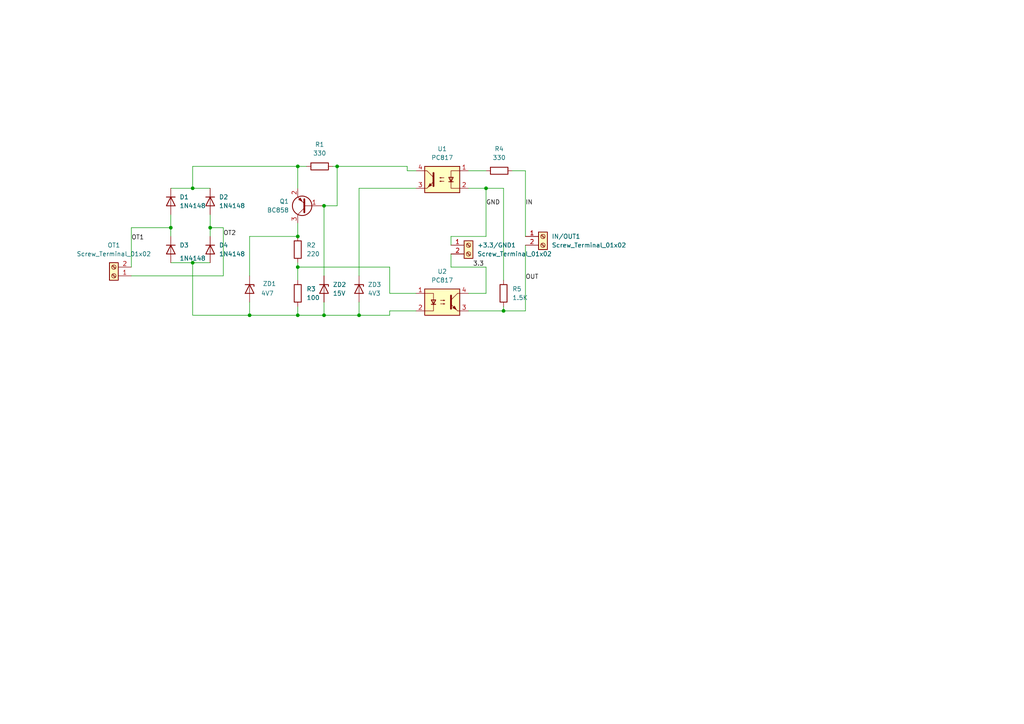
<source format=kicad_sch>
(kicad_sch (version 20231120) (generator "eeschema") (generator_version "8.0")
  (paper "A4")
  (lib_symbols
    (symbol "Connector:Screw_Terminal_01x02" (pin_names (offset 1.016) hide)
      (property "Reference" "J" (at 0 2.54 0))
      (property "Value" "Screw_Terminal_01x02" (at 0 -5.08 0))
      (symbol "Screw_Terminal_01x02_1_1"
        (rectangle (start -1.27 1.27) (end 1.27 -3.81) (stroke (width 0.254)) (fill (type background)))
        (circle (center 0 -2.54) (radius 0.635) (stroke (width 0.1524)))
        (polyline (pts (xy -0.5334 -2.2098) (xy 0.3302 -3.048)) (stroke (width 0.1524)))
        (polyline (pts (xy -0.5334 0.3302) (xy 0.3302 -0.508)) (stroke (width 0.1524)))
        (polyline (pts (xy -0.3556 -2.032) (xy 0.508 -2.8702)) (stroke (width 0.1524)))
        (polyline (pts (xy -0.3556 0.508) (xy 0.508 -0.3302)) (stroke (width 0.1524)))
        (circle (center 0 0) (radius 0.635) (stroke (width 0.1524)))
        (pin passive line (at -5.08 0 0) (length 3.81) (name "Pin_1") (number "1"))
        (pin passive line (at -5.08 -2.54 0) (length 3.81) (name "Pin_2") (number "2"))
      )
    )
    (symbol "Device:D_Zener" (pin_numbers hide) (pin_names (offset 1.016) hide)
      (property "Reference" "D" (at 0 2.54 0))
      (property "Value" "D_Zener" (at 0 -2.54 0))
      (symbol "D_Zener_0_1"
        (polyline (pts (xy 1.27 0) (xy -1.27 0)))
        (polyline (pts (xy -1.27 -1.27) (xy -1.27 1.27) (xy -0.762 1.27)) (stroke (width 0.254)))
        (polyline (pts (xy 1.27 -1.27) (xy 1.27 1.27) (xy -1.27 0) (xy 1.27 -1.27)) (stroke (width 0.254)))
      )
      (symbol "D_Zener_1_1"
        (pin passive line (at -3.81 0 0) (length 2.54) (name "K") (number "1"))
        (pin passive line (at 3.81 0 180) (length 2.54) (name "A") (number "2"))
      )
    )
    (symbol "Device:R" (pin_numbers hide) (pin_names (offset 0))
      (property "Reference" "R" (at 2.032 0 90))
      (property "Value" "R" (at 0 0 90))
      (symbol "R_0_1"
        (rectangle (start -1.016 -2.54) (end 1.016 2.54) (stroke (width 0.254)))
      )
      (symbol "R_1_1"
        (pin passive line (at 0 3.81 270) (length 1.27) (name "~") (number "1"))
        (pin passive line (at 0 -3.81 90) (length 1.27) (name "~") (number "2"))
      )
    )
    (symbol "Diode:1N4148" (pin_numbers hide) (pin_names hide)
      (property "Reference" "D" (at 0 2.54 0))
      (property "Value" "1N4148" (at 0 -2.54 0))
      (symbol "1N4148_0_1"
        (polyline (pts (xy -1.27 1.27) (xy -1.27 -1.27)) (stroke (width 0.254)))
        (polyline (pts (xy 1.27 0) (xy -1.27 0)))
        (polyline (pts (xy 1.27 1.27) (xy 1.27 -1.27) (xy -1.27 0) (xy 1.27 1.27)) (stroke (width 0.254)))
      )
      (symbol "1N4148_1_1"
        (pin passive line (at -3.81 0 0) (length 2.54) (name "K") (number "1"))
        (pin passive line (at 3.81 0 180) (length 2.54) (name "A") (number "2"))
      )
    )
    (symbol "Isolator:PC817" (pin_names (offset 1.016))
      (property "Reference" "U" (at -5.08 5.08 0))
      (property "Value" "PC817" (at 0 5.08 0))
      (symbol "PC817_0_1"
        (rectangle (start -5.08 3.81) (end 5.08 -3.81) (stroke (width 0.254)) (fill (type background)))
        (polyline (pts (xy -3.175 -0.635) (xy -1.905 -0.635)) (stroke (width 0.254)))
        (polyline (pts (xy 2.54 0.635) (xy 4.445 2.54)))
        (polyline (pts (xy 4.445 -2.54) (xy 2.54 -0.635)) (fill (type outline)))
        (polyline (pts (xy 4.445 -2.54) (xy 5.08 -2.54)))
        (polyline (pts (xy 4.445 2.54) (xy 5.08 2.54)))
        (polyline (pts (xy -5.08 2.54) (xy -2.54 2.54) (xy -2.54 -0.635)))
        (polyline (pts (xy -2.54 -0.635) (xy -2.54 -2.54) (xy -5.08 -2.54)))
        (polyline (pts (xy 2.54 1.905) (xy 2.54 -1.905) (xy 2.54 -1.905)) (stroke (width 0.508)))
        (polyline (pts (xy -2.54 -0.635) (xy -3.175 0.635) (xy -1.905 0.635) (xy -2.54 -0.635)) (stroke (width 0.254)))
        (polyline (pts (xy -0.508 -0.508) (xy 0.762 -0.508) (xy 0.381 -0.635) (xy 0.381 -0.381) (xy 0.762 -0.508)))
        (polyline (pts (xy -0.508 0.508) (xy 0.762 0.508) (xy 0.381 0.381) (xy 0.381 0.635) (xy 0.762 0.508)))
        (polyline (pts (xy 3.048 -1.651) (xy 3.556 -1.143) (xy 4.064 -2.159) (xy 3.048 -1.651) (xy 3.048 -1.651)) (fill (type outline)))
      )
      (symbol "PC817_1_1"
        (pin passive line (at -7.62 2.54 0) (length 2.54) (name "~") (number "1"))
        (pin passive line (at -7.62 -2.54 0) (length 2.54) (name "~") (number "2"))
        (pin passive line (at 7.62 -2.54 180) (length 2.54) (name "~") (number "3"))
        (pin passive line (at 7.62 2.54 180) (length 2.54) (name "~") (number "4"))
      )
    )
    (symbol "Transistor_BJT:BC858" (pin_names (offset 0) hide)
      (property "Reference" "Q" (at 5.08 1.905 0))
      (property "Value" "BC858" (at 5.08 0 0))
      (symbol "BC858_0_1"
        (polyline (pts (xy 0.635 0.635) (xy 2.54 2.54)))
        (polyline (pts (xy 0.635 -0.635) (xy 2.54 -2.54) (xy 2.54 -2.54)))
        (polyline (pts (xy 0.635 1.905) (xy 0.635 -1.905) (xy 0.635 -1.905)) (stroke (width 0.508)))
        (polyline (pts (xy 2.286 -1.778) (xy 1.778 -2.286) (xy 1.27 -1.27) (xy 2.286 -1.778) (xy 2.286 -1.778)) (fill (type outline)))
        (circle (center 1.27 0) (radius 2.8194) (stroke (width 0.254)))
      )
      (symbol "BC858_1_1"
        (pin input line (at -5.08 0 0) (length 5.715) (name "B") (number "1"))
        (pin passive line (at 2.54 -5.08 90) (length 2.54) (name "E") (number "2"))
        (pin passive line (at 2.54 5.08 270) (length 2.54) (name "C") (number "3"))
      )
    )
  )
  (junction (at 86.36 77.47))
  (junction (at 86.36 91.44))
  (junction (at 86.36 48.26))
  (junction (at 55.88 54.61))
  (junction (at 93.98 59.69))
  (junction (at 140.97 54.61))
  (junction (at 72.39 91.44))
  (junction (at 55.88 76.2))
  (junction (at 60.96 66.04))
  (junction (at 49.53 66.04))
  (junction (at 146.05 90.17))
  (junction (at 93.98 91.44))
  (junction (at 86.36 68.58))
  (junction (at 97.79 48.26))
  (junction (at 104.14 91.44))
  (wire (pts (xy 130.81 77.47) (xy 140.97 77.47)))
  (wire (pts (xy 140.97 54.61) (xy 140.97 68.58)))
  (wire (pts (xy 96.52 48.26) (xy 97.79 48.26)))
  (wire (pts (xy 97.79 48.26) (xy 118.11 48.26)))
  (wire (pts (xy 86.36 48.26) (xy 86.36 54.61)))
  (wire (pts (xy 140.97 68.58) (xy 130.81 68.58)))
  (wire (pts (xy 93.98 59.69) (xy 93.98 80.01)))
  (wire (pts (xy 72.39 91.44) (xy 72.39 87.63)))
  (wire (pts (xy 118.11 49.53) (xy 120.65 49.53)))
  (wire (pts (xy 86.36 77.47) (xy 86.36 76.2)))
  (wire (pts (xy 130.81 73.66) (xy 130.81 77.47)))
  (wire (pts (xy 86.36 88.9) (xy 86.36 91.44)))
  (wire (pts (xy 60.96 66.04) (xy 64.77 66.04)))
  (wire (pts (xy 60.96 66.04) (xy 60.96 68.58)))
  (wire (pts (xy 120.65 85.09) (xy 113.03 85.09)))
  (wire (pts (xy 130.81 68.58) (xy 130.81 71.12)))
  (wire (pts (xy 120.65 54.61) (xy 104.14 54.61)))
  (wire (pts (xy 72.39 91.44) (xy 86.36 91.44)))
  (wire (pts (xy 152.4 71.12) (xy 152.4 90.17)))
  (wire (pts (xy 55.88 54.61) (xy 60.96 54.61)))
  (wire (pts (xy 135.89 90.17) (xy 146.05 90.17)))
  (wire (pts (xy 118.11 48.26) (xy 118.11 49.53)))
  (wire (pts (xy 93.98 59.69) (xy 97.79 59.69)))
  (wire (pts (xy 49.53 62.23) (xy 49.53 66.04)))
  (wire (pts (xy 104.14 87.63) (xy 104.14 91.44)))
  (wire (pts (xy 146.05 90.17) (xy 152.4 90.17)))
  (wire (pts (xy 140.97 54.61) (xy 146.05 54.61)))
  (wire (pts (xy 49.53 54.61) (xy 55.88 54.61)))
  (wire (pts (xy 55.88 48.26) (xy 55.88 54.61)))
  (wire (pts (xy 93.98 91.44) (xy 104.14 91.44)))
  (wire (pts (xy 135.89 49.53) (xy 140.97 49.53)))
  (wire (pts (xy 104.14 54.61) (xy 104.14 80.01)))
  (wire (pts (xy 146.05 81.28) (xy 146.05 54.61)))
  (wire (pts (xy 93.98 87.63) (xy 93.98 91.44)))
  (wire (pts (xy 152.4 49.53) (xy 152.4 68.58)))
  (wire (pts (xy 60.96 62.23) (xy 60.96 66.04)))
  (wire (pts (xy 120.65 90.17) (xy 113.03 90.17)))
  (wire (pts (xy 140.97 77.47) (xy 140.97 85.09)))
  (wire (pts (xy 86.36 77.47) (xy 86.36 81.28)))
  (wire (pts (xy 38.1 66.04) (xy 49.53 66.04)))
  (wire (pts (xy 97.79 48.26) (xy 97.79 59.69)))
  (wire (pts (xy 86.36 64.77) (xy 86.36 68.58)))
  (wire (pts (xy 146.05 88.9) (xy 146.05 90.17)))
  (wire (pts (xy 86.36 77.47) (xy 113.03 77.47)))
  (wire (pts (xy 148.59 49.53) (xy 152.4 49.53)))
  (wire (pts (xy 49.53 76.2) (xy 55.88 76.2)))
  (wire (pts (xy 72.39 68.58) (xy 86.36 68.58)))
  (wire (pts (xy 49.53 66.04) (xy 49.53 68.58)))
  (wire (pts (xy 113.03 85.09) (xy 113.03 77.47)))
  (wire (pts (xy 113.03 91.44) (xy 104.14 91.44)))
  (wire (pts (xy 38.1 66.04) (xy 38.1 77.47)))
  (wire (pts (xy 72.39 91.44) (xy 55.88 91.44)))
  (wire (pts (xy 86.36 91.44) (xy 93.98 91.44)))
  (wire (pts (xy 55.88 76.2) (xy 60.96 76.2)))
  (wire (pts (xy 135.89 54.61) (xy 140.97 54.61)))
  (wire (pts (xy 38.1 80.01) (xy 64.77 80.01)))
  (wire (pts (xy 72.39 80.01) (xy 72.39 68.58)))
  (wire (pts (xy 86.36 48.26) (xy 55.88 48.26)))
  (wire (pts (xy 55.88 76.2) (xy 55.88 91.44)))
  (wire (pts (xy 88.9 48.26) (xy 86.36 48.26)))
  (wire (pts (xy 135.89 85.09) (xy 140.97 85.09)))
  (wire (pts (xy 64.77 80.01) (xy 64.77 66.04)))
  (wire (pts (xy 113.03 90.17) (xy 113.03 91.44)))
  (label "3.3" (at 137.16 77.47 0))
  (label "OUT" (at 152.4 81.28 0))
  (label "IN" (at 152.4 59.69 0))
  (label "OT2" (at 64.77 68.58 0))
  (label "OT1" (at 38.1 69.85 0))
  (label "GND" (at 140.97 59.69 0))
  (symbol (lib_id "Connector:Screw_Terminal_01x02") (at 33.02 80.01 180) (unit 1)
    (property "Reference" "OT1" (at 33.02 71.12 0))
    (property "Value" "Screw_Terminal_01x02" (at 33.02 73.66 0))
    (property "Footprint" "TerminalBlock:TerminalBlock_bornier-2_P5.08mm" (effects (hide yes)))
    (property "Description" "Generic screw terminal, single row, 01x02, script generated (kicad-library-utils/schlib/autogen/connector/)" (effects (hide yes)))
  )
  (symbol (lib_id "Connector:Screw_Terminal_01x02") (at 157.48 68.58 0) (unit 1)
    (property "Reference" "IN/OUT1" (at 160.02 68.5799 0) (effects (justify left)))
    (property "Value" "Screw_Terminal_01x02" (at 160.02 71.1199 0) (effects (justify left)))
    (property "Footprint" "TerminalBlock:TerminalBlock_bornier-2_P5.08mm" (effects (hide yes)))
    (property "Description" "Generic screw terminal, single row, 01x02, script generated (kicad-library-utils/schlib/autogen/connector/)" (effects (hide yes)))
  )
  (symbol (lib_id "Diode:1N4148") (at 49.53 58.42 270) (unit 1)
    (property "Reference" "D1" (at 52.07 57.1499 90) (effects (justify left)))
    (property "Value" "1N4148" (at 52.07 59.6899 90) (effects (justify left)))
    (property "Footprint" "Diode_THT:D_DO-35_SOD27_P7.62mm_Horizontal" (effects (hide yes)))
    (property "Datasheet" "https://assets.nexperia.com/documents/data-sheet/1N4148_1N4448.pdf" (effects (hide yes)))
    (property "Description" "100V 0.15A standard switching diode, DO-35" (effects (hide yes)))
    (property "Sim.Device" "D" (effects (hide yes)))
    (property "Sim.Pins" "1=K 2=A" (effects (hide yes)))
  )
  (symbol (lib_id "Diode:1N4148") (at 60.96 72.39 270) (unit 1)
    (property "Reference" "D4" (at 63.5 71.1199 90) (effects (justify left)))
    (property "Value" "1N4148" (at 63.5 73.6599 90) (effects (justify left)))
    (property "Footprint" "Diode_THT:D_DO-35_SOD27_P7.62mm_Horizontal" (effects (hide yes)))
    (property "Datasheet" "https://assets.nexperia.com/documents/data-sheet/1N4148_1N4448.pdf" (effects (hide yes)))
    (property "Description" "100V 0.15A standard switching diode, DO-35" (effects (hide yes)))
    (property "Sim.Device" "D" (effects (hide yes)))
    (property "Sim.Pins" "1=K 2=A" (effects (hide yes)))
  )
  (symbol (lib_id "Device:R") (at 86.36 85.09 0) (unit 1)
    (property "Reference" "R3" (at 88.9 83.8199 0) (effects (justify left)))
    (property "Value" "100" (at 88.9 86.3599 0) (effects (justify left)))
    (property "Footprint" "Resistor_THT:R_Axial_DIN0204_L3.6mm_D1.6mm_P5.08mm_Horizontal" (effects (hide yes)))
    (property "Description" "Resistor" (effects (hide yes)))
  )
  (symbol (lib_id "Isolator:PC817") (at 128.27 52.07 0) (mirror y) (unit 1)
    (property "Reference" "U1" (at 128.27 43.18 0))
    (property "Value" "PC817" (at 128.27 45.72 0))
    (property "Footprint" "Package_DIP:DIP-4_W7.62mm" (effects (hide yes)))
    (property "Datasheet" "http://www.soselectronic.cz/a_info/resource/d/pc817.pdf" (effects (hide yes)))
    (property "Description" "DC Optocoupler, Vce 35V, CTR 50-300%, DIP-4" (effects (hide yes)))
  )
  (symbol (lib_id "Device:R") (at 146.05 85.09 180) (unit 1)
    (property "Reference" "R5" (at 148.59 83.8199 0) (effects (justify right)))
    (property "Value" "1.5K" (at 148.59 86.3599 0) (effects (justify right)))
    (property "Footprint" "Resistor_THT:R_Axial_DIN0204_L3.6mm_D1.6mm_P5.08mm_Horizontal" (effects (hide yes)))
    (property "Description" "Resistor" (effects (hide yes)))
  )
  (symbol (lib_id "Device:D_Zener") (at 93.98 83.82 270) (unit 1)
    (property "Reference" "ZD2" (at 96.52 82.5499 90) (effects (justify left)))
    (property "Value" "15V" (at 96.52 85.0899 90) (effects (justify left)))
    (property "Footprint" "Diode_THT:D_DO-35_SOD27_P7.62mm_Horizontal" (effects (hide yes)))
    (property "Description" "Zener diode" (effects (hide yes)))
  )
  (symbol (lib_id "Device:R") (at 92.71 48.26 90) (unit 1)
    (property "Reference" "R1" (at 92.71 41.91 90))
    (property "Value" "330" (at 92.71 44.45 90))
    (property "Footprint" "Resistor_THT:R_Axial_DIN0204_L3.6mm_D1.6mm_P5.08mm_Horizontal" (effects (hide yes)))
    (property "Description" "Resistor" (effects (hide yes)))
  )
  (symbol (lib_id "Device:R") (at 86.36 72.39 0) (unit 1)
    (property "Reference" "R2" (at 88.9 71.1199 0) (effects (justify left)))
    (property "Value" "220" (at 88.9 73.6599 0) (effects (justify left)))
    (property "Footprint" "Resistor_THT:R_Axial_DIN0204_L3.6mm_D1.6mm_P5.08mm_Horizontal" (effects (hide yes)))
    (property "Description" "Resistor" (effects (hide yes)))
  )
  (symbol (lib_id "Device:R") (at 144.78 49.53 90) (unit 1)
    (property "Reference" "R4" (at 144.78 43.18 90))
    (property "Value" "330" (at 144.78 45.72 90))
    (property "Footprint" "Resistor_THT:R_Axial_DIN0204_L3.6mm_D1.6mm_P5.08mm_Horizontal" (effects (hide yes)))
    (property "Description" "Resistor" (effects (hide yes)))
  )
  (symbol (lib_id "Diode:1N4148") (at 49.53 72.39 270) (unit 1)
    (property "Reference" "D3" (at 52.07 71.1199 90) (effects (justify left)))
    (property "Value" "1N4148" (at 52.07 74.9299 90) (effects (justify left)))
    (property "Footprint" "Diode_THT:D_DO-35_SOD27_P7.62mm_Horizontal" (effects (hide yes)))
    (property "Datasheet" "https://assets.nexperia.com/documents/data-sheet/1N4148_1N4448.pdf" (effects (hide yes)))
    (property "Description" "100V 0.15A standard switching diode, DO-35" (effects (hide yes)))
    (property "Sim.Device" "D" (effects (hide yes)))
    (property "Sim.Pins" "1=K 2=A" (effects (hide yes)))
  )
  (symbol (lib_id "Isolator:PC817") (at 128.27 87.63 0) (unit 1)
    (property "Reference" "U2" (at 128.27 78.74 0))
    (property "Value" "PC817" (at 128.27 81.28 0))
    (property "Footprint" "Package_DIP:DIP-4_W7.62mm" (effects (hide yes)))
    (property "Datasheet" "http://www.soselectronic.cz/a_info/resource/d/pc817.pdf" (effects (hide yes)))
    (property "Description" "DC Optocoupler, Vce 35V, CTR 50-300%, DIP-4" (effects (hide yes)))
  )
  (symbol (lib_id "Transistor_BJT:BC858") (at 88.9 59.69 180) (unit 1)
    (property "Reference" "Q1" (at 83.82 58.4199 0) (effects (justify left)))
    (property "Value" "BC858" (at 83.82 60.9599 0) (effects (justify left)))
    (property "Footprint" "Package_TO_SOT_SMD:SOT-23" (effects (hide yes)))
    (property "Datasheet" "https://www.onsemi.com/pub/Collateral/BC860-D.pdf" (effects (hide yes)))
    (property "Description" "0.1A Ic, 30V Vce, PNP Transistor, SOT-23" (effects (hide yes)))
  )
  (symbol (lib_id "Device:D_Zener") (at 72.39 83.82 270) (unit 1)
    (property "Reference" "ZD1" (at 76.2 82.296 90) (effects (justify left)))
    (property "Value" "4V7" (at 75.692 85.09 90) (effects (justify left)))
    (property "Footprint" "Diode_THT:D_DO-35_SOD27_P7.62mm_Horizontal" (effects (hide yes)))
    (property "Description" "Zener diode" (effects (hide yes)))
  )
  (symbol (lib_id "Connector:Screw_Terminal_01x02") (at 135.89 71.12 0) (unit 1)
    (property "Reference" "+3.3/GND1" (at 138.43 71.1199 0) (effects (justify left)))
    (property "Value" "Screw_Terminal_01x02" (at 138.43 73.6599 0) (effects (justify left)))
    (property "Footprint" "TerminalBlock:TerminalBlock_bornier-2_P5.08mm" (effects (hide yes)))
    (property "Description" "Generic screw terminal, single row, 01x02, script generated (kicad-library-utils/schlib/autogen/connector/)" (effects (hide yes)))
  )
  (symbol (lib_id "Device:D_Zener") (at 104.14 83.82 270) (unit 1)
    (property "Reference" "ZD3" (at 106.68 82.5499 90) (effects (justify left)))
    (property "Value" "4V3" (at 106.68 85.0899 90) (effects (justify left)))
    (property "Footprint" "Diode_THT:D_DO-35_SOD27_P7.62mm_Horizontal" (effects (hide yes)))
    (property "Description" "Zener diode" (effects (hide yes)))
  )
  (symbol (lib_id "Diode:1N4148") (at 60.96 58.42 270) (unit 1)
    (property "Reference" "D2" (at 63.5 57.1499 90) (effects (justify left)))
    (property "Value" "1N4148" (at 63.5 59.6899 90) (effects (justify left)))
    (property "Footprint" "Diode_THT:D_DO-35_SOD27_P7.62mm_Horizontal" (effects (hide yes)))
    (property "Datasheet" "https://assets.nexperia.com/documents/data-sheet/1N4148_1N4448.pdf" (effects (hide yes)))
    (property "Description" "100V 0.15A standard switching diode, DO-35" (effects (hide yes)))
    (property "Sim.Device" "D" (effects (hide yes)))
    (property "Sim.Pins" "1=K 2=A" (effects (hide yes)))
  )
)
</source>
